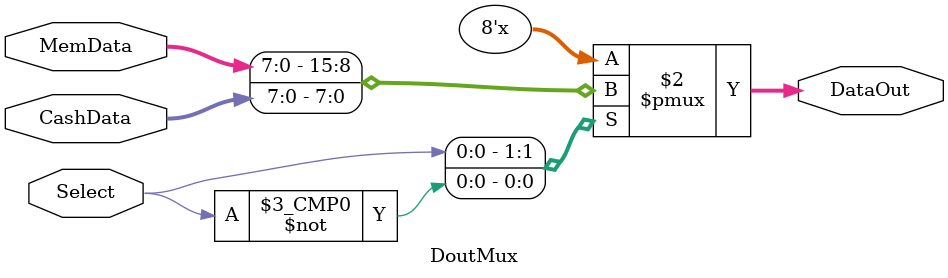
<source format=v>
module DoutMux#(
parameter     DATA_WIDTH                =8
)
(
input                                   Select,
input         [(DATA_WIDTH-1):0]        CashData,
input         [(DATA_WIDTH-1):0]        MemData,
output reg    [(DATA_WIDTH-1):0]        DataOut
    );
	 
	 /*reg [1:0] memory_data_sel=0;
	 always begin
		memory_data_sel=memory_data_select;
	 end*/
	 
	 always @* 
	 begin
		case (Select)
			1'b1: begin
						DataOut=MemData;
						//$display($time,"*****Data is selected from memory  : 00 ****");
					end
			1'b0: begin 
						DataOut=CashData;
						//$display($time,"*****Data is selected from cache*****");
					end
		endcase
	end
endmodule
</source>
